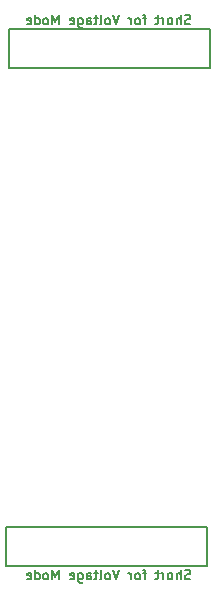
<source format=gbr>
G04 #@! TF.GenerationSoftware,KiCad,Pcbnew,5.0.1-33cea8e~68~ubuntu16.04.1*
G04 #@! TF.CreationDate,2018-10-28T17:52:41-07:00*
G04 #@! TF.ProjectId,wifistepper,77696669737465707065722E6B696361,rev?*
G04 #@! TF.SameCoordinates,Original*
G04 #@! TF.FileFunction,Legend,Bot*
G04 #@! TF.FilePolarity,Positive*
%FSLAX46Y46*%
G04 Gerber Fmt 4.6, Leading zero omitted, Abs format (unit mm)*
G04 Created by KiCad (PCBNEW 5.0.1-33cea8e~68~ubuntu16.04.1) date Sun 28 Oct 2018 05:52:41 PM PDT*
%MOMM*%
%LPD*%
G01*
G04 APERTURE LIST*
%ADD10C,0.200000*%
G04 APERTURE END LIST*
D10*
X70160285Y-113607809D02*
X70046000Y-113645904D01*
X69855523Y-113645904D01*
X69779333Y-113607809D01*
X69741238Y-113569714D01*
X69703142Y-113493523D01*
X69703142Y-113417333D01*
X69741238Y-113341142D01*
X69779333Y-113303047D01*
X69855523Y-113264952D01*
X70007904Y-113226857D01*
X70084095Y-113188761D01*
X70122190Y-113150666D01*
X70160285Y-113074476D01*
X70160285Y-112998285D01*
X70122190Y-112922095D01*
X70084095Y-112884000D01*
X70007904Y-112845904D01*
X69817428Y-112845904D01*
X69703142Y-112884000D01*
X69360285Y-113645904D02*
X69360285Y-112845904D01*
X69017428Y-113645904D02*
X69017428Y-113226857D01*
X69055523Y-113150666D01*
X69131714Y-113112571D01*
X69246000Y-113112571D01*
X69322190Y-113150666D01*
X69360285Y-113188761D01*
X68522190Y-113645904D02*
X68598380Y-113607809D01*
X68636476Y-113569714D01*
X68674571Y-113493523D01*
X68674571Y-113264952D01*
X68636476Y-113188761D01*
X68598380Y-113150666D01*
X68522190Y-113112571D01*
X68407904Y-113112571D01*
X68331714Y-113150666D01*
X68293619Y-113188761D01*
X68255523Y-113264952D01*
X68255523Y-113493523D01*
X68293619Y-113569714D01*
X68331714Y-113607809D01*
X68407904Y-113645904D01*
X68522190Y-113645904D01*
X67912666Y-113645904D02*
X67912666Y-113112571D01*
X67912666Y-113264952D02*
X67874571Y-113188761D01*
X67836476Y-113150666D01*
X67760285Y-113112571D01*
X67684095Y-113112571D01*
X67531714Y-113112571D02*
X67226952Y-113112571D01*
X67417428Y-112845904D02*
X67417428Y-113531619D01*
X67379333Y-113607809D01*
X67303142Y-113645904D01*
X67226952Y-113645904D01*
X66465047Y-113112571D02*
X66160285Y-113112571D01*
X66350761Y-113645904D02*
X66350761Y-112960190D01*
X66312666Y-112884000D01*
X66236476Y-112845904D01*
X66160285Y-112845904D01*
X65779333Y-113645904D02*
X65855523Y-113607809D01*
X65893619Y-113569714D01*
X65931714Y-113493523D01*
X65931714Y-113264952D01*
X65893619Y-113188761D01*
X65855523Y-113150666D01*
X65779333Y-113112571D01*
X65665047Y-113112571D01*
X65588857Y-113150666D01*
X65550761Y-113188761D01*
X65512666Y-113264952D01*
X65512666Y-113493523D01*
X65550761Y-113569714D01*
X65588857Y-113607809D01*
X65665047Y-113645904D01*
X65779333Y-113645904D01*
X65169809Y-113645904D02*
X65169809Y-113112571D01*
X65169809Y-113264952D02*
X65131714Y-113188761D01*
X65093619Y-113150666D01*
X65017428Y-113112571D01*
X64941238Y-113112571D01*
X64179333Y-112845904D02*
X63912666Y-113645904D01*
X63646000Y-112845904D01*
X63265047Y-113645904D02*
X63341238Y-113607809D01*
X63379333Y-113569714D01*
X63417428Y-113493523D01*
X63417428Y-113264952D01*
X63379333Y-113188761D01*
X63341238Y-113150666D01*
X63265047Y-113112571D01*
X63150761Y-113112571D01*
X63074571Y-113150666D01*
X63036476Y-113188761D01*
X62998380Y-113264952D01*
X62998380Y-113493523D01*
X63036476Y-113569714D01*
X63074571Y-113607809D01*
X63150761Y-113645904D01*
X63265047Y-113645904D01*
X62541238Y-113645904D02*
X62617428Y-113607809D01*
X62655523Y-113531619D01*
X62655523Y-112845904D01*
X62350761Y-113112571D02*
X62046000Y-113112571D01*
X62236476Y-112845904D02*
X62236476Y-113531619D01*
X62198380Y-113607809D01*
X62122190Y-113645904D01*
X62046000Y-113645904D01*
X61436476Y-113645904D02*
X61436476Y-113226857D01*
X61474571Y-113150666D01*
X61550761Y-113112571D01*
X61703142Y-113112571D01*
X61779333Y-113150666D01*
X61436476Y-113607809D02*
X61512666Y-113645904D01*
X61703142Y-113645904D01*
X61779333Y-113607809D01*
X61817428Y-113531619D01*
X61817428Y-113455428D01*
X61779333Y-113379238D01*
X61703142Y-113341142D01*
X61512666Y-113341142D01*
X61436476Y-113303047D01*
X60712666Y-113112571D02*
X60712666Y-113760190D01*
X60750761Y-113836380D01*
X60788857Y-113874476D01*
X60865047Y-113912571D01*
X60979333Y-113912571D01*
X61055523Y-113874476D01*
X60712666Y-113607809D02*
X60788857Y-113645904D01*
X60941238Y-113645904D01*
X61017428Y-113607809D01*
X61055523Y-113569714D01*
X61093619Y-113493523D01*
X61093619Y-113264952D01*
X61055523Y-113188761D01*
X61017428Y-113150666D01*
X60941238Y-113112571D01*
X60788857Y-113112571D01*
X60712666Y-113150666D01*
X60026952Y-113607809D02*
X60103142Y-113645904D01*
X60255523Y-113645904D01*
X60331714Y-113607809D01*
X60369809Y-113531619D01*
X60369809Y-113226857D01*
X60331714Y-113150666D01*
X60255523Y-113112571D01*
X60103142Y-113112571D01*
X60026952Y-113150666D01*
X59988857Y-113226857D01*
X59988857Y-113303047D01*
X60369809Y-113379238D01*
X59036476Y-113645904D02*
X59036476Y-112845904D01*
X58769809Y-113417333D01*
X58503142Y-112845904D01*
X58503142Y-113645904D01*
X58007904Y-113645904D02*
X58084095Y-113607809D01*
X58122190Y-113569714D01*
X58160285Y-113493523D01*
X58160285Y-113264952D01*
X58122190Y-113188761D01*
X58084095Y-113150666D01*
X58007904Y-113112571D01*
X57893619Y-113112571D01*
X57817428Y-113150666D01*
X57779333Y-113188761D01*
X57741238Y-113264952D01*
X57741238Y-113493523D01*
X57779333Y-113569714D01*
X57817428Y-113607809D01*
X57893619Y-113645904D01*
X58007904Y-113645904D01*
X57055523Y-113645904D02*
X57055523Y-112845904D01*
X57055523Y-113607809D02*
X57131714Y-113645904D01*
X57284095Y-113645904D01*
X57360285Y-113607809D01*
X57398380Y-113569714D01*
X57436476Y-113493523D01*
X57436476Y-113264952D01*
X57398380Y-113188761D01*
X57360285Y-113150666D01*
X57284095Y-113112571D01*
X57131714Y-113112571D01*
X57055523Y-113150666D01*
X56369809Y-113607809D02*
X56446000Y-113645904D01*
X56598380Y-113645904D01*
X56674571Y-113607809D01*
X56712666Y-113531619D01*
X56712666Y-113226857D01*
X56674571Y-113150666D01*
X56598380Y-113112571D01*
X56446000Y-113112571D01*
X56369809Y-113150666D01*
X56331714Y-113226857D01*
X56331714Y-113303047D01*
X56712666Y-113379238D01*
X70160285Y-66617809D02*
X70046000Y-66655904D01*
X69855523Y-66655904D01*
X69779333Y-66617809D01*
X69741238Y-66579714D01*
X69703142Y-66503523D01*
X69703142Y-66427333D01*
X69741238Y-66351142D01*
X69779333Y-66313047D01*
X69855523Y-66274952D01*
X70007904Y-66236857D01*
X70084095Y-66198761D01*
X70122190Y-66160666D01*
X70160285Y-66084476D01*
X70160285Y-66008285D01*
X70122190Y-65932095D01*
X70084095Y-65894000D01*
X70007904Y-65855904D01*
X69817428Y-65855904D01*
X69703142Y-65894000D01*
X69360285Y-66655904D02*
X69360285Y-65855904D01*
X69017428Y-66655904D02*
X69017428Y-66236857D01*
X69055523Y-66160666D01*
X69131714Y-66122571D01*
X69246000Y-66122571D01*
X69322190Y-66160666D01*
X69360285Y-66198761D01*
X68522190Y-66655904D02*
X68598380Y-66617809D01*
X68636476Y-66579714D01*
X68674571Y-66503523D01*
X68674571Y-66274952D01*
X68636476Y-66198761D01*
X68598380Y-66160666D01*
X68522190Y-66122571D01*
X68407904Y-66122571D01*
X68331714Y-66160666D01*
X68293619Y-66198761D01*
X68255523Y-66274952D01*
X68255523Y-66503523D01*
X68293619Y-66579714D01*
X68331714Y-66617809D01*
X68407904Y-66655904D01*
X68522190Y-66655904D01*
X67912666Y-66655904D02*
X67912666Y-66122571D01*
X67912666Y-66274952D02*
X67874571Y-66198761D01*
X67836476Y-66160666D01*
X67760285Y-66122571D01*
X67684095Y-66122571D01*
X67531714Y-66122571D02*
X67226952Y-66122571D01*
X67417428Y-65855904D02*
X67417428Y-66541619D01*
X67379333Y-66617809D01*
X67303142Y-66655904D01*
X67226952Y-66655904D01*
X66465047Y-66122571D02*
X66160285Y-66122571D01*
X66350761Y-66655904D02*
X66350761Y-65970190D01*
X66312666Y-65894000D01*
X66236476Y-65855904D01*
X66160285Y-65855904D01*
X65779333Y-66655904D02*
X65855523Y-66617809D01*
X65893619Y-66579714D01*
X65931714Y-66503523D01*
X65931714Y-66274952D01*
X65893619Y-66198761D01*
X65855523Y-66160666D01*
X65779333Y-66122571D01*
X65665047Y-66122571D01*
X65588857Y-66160666D01*
X65550761Y-66198761D01*
X65512666Y-66274952D01*
X65512666Y-66503523D01*
X65550761Y-66579714D01*
X65588857Y-66617809D01*
X65665047Y-66655904D01*
X65779333Y-66655904D01*
X65169809Y-66655904D02*
X65169809Y-66122571D01*
X65169809Y-66274952D02*
X65131714Y-66198761D01*
X65093619Y-66160666D01*
X65017428Y-66122571D01*
X64941238Y-66122571D01*
X64179333Y-65855904D02*
X63912666Y-66655904D01*
X63646000Y-65855904D01*
X63265047Y-66655904D02*
X63341238Y-66617809D01*
X63379333Y-66579714D01*
X63417428Y-66503523D01*
X63417428Y-66274952D01*
X63379333Y-66198761D01*
X63341238Y-66160666D01*
X63265047Y-66122571D01*
X63150761Y-66122571D01*
X63074571Y-66160666D01*
X63036476Y-66198761D01*
X62998380Y-66274952D01*
X62998380Y-66503523D01*
X63036476Y-66579714D01*
X63074571Y-66617809D01*
X63150761Y-66655904D01*
X63265047Y-66655904D01*
X62541238Y-66655904D02*
X62617428Y-66617809D01*
X62655523Y-66541619D01*
X62655523Y-65855904D01*
X62350761Y-66122571D02*
X62046000Y-66122571D01*
X62236476Y-65855904D02*
X62236476Y-66541619D01*
X62198380Y-66617809D01*
X62122190Y-66655904D01*
X62046000Y-66655904D01*
X61436476Y-66655904D02*
X61436476Y-66236857D01*
X61474571Y-66160666D01*
X61550761Y-66122571D01*
X61703142Y-66122571D01*
X61779333Y-66160666D01*
X61436476Y-66617809D02*
X61512666Y-66655904D01*
X61703142Y-66655904D01*
X61779333Y-66617809D01*
X61817428Y-66541619D01*
X61817428Y-66465428D01*
X61779333Y-66389238D01*
X61703142Y-66351142D01*
X61512666Y-66351142D01*
X61436476Y-66313047D01*
X60712666Y-66122571D02*
X60712666Y-66770190D01*
X60750761Y-66846380D01*
X60788857Y-66884476D01*
X60865047Y-66922571D01*
X60979333Y-66922571D01*
X61055523Y-66884476D01*
X60712666Y-66617809D02*
X60788857Y-66655904D01*
X60941238Y-66655904D01*
X61017428Y-66617809D01*
X61055523Y-66579714D01*
X61093619Y-66503523D01*
X61093619Y-66274952D01*
X61055523Y-66198761D01*
X61017428Y-66160666D01*
X60941238Y-66122571D01*
X60788857Y-66122571D01*
X60712666Y-66160666D01*
X60026952Y-66617809D02*
X60103142Y-66655904D01*
X60255523Y-66655904D01*
X60331714Y-66617809D01*
X60369809Y-66541619D01*
X60369809Y-66236857D01*
X60331714Y-66160666D01*
X60255523Y-66122571D01*
X60103142Y-66122571D01*
X60026952Y-66160666D01*
X59988857Y-66236857D01*
X59988857Y-66313047D01*
X60369809Y-66389238D01*
X59036476Y-66655904D02*
X59036476Y-65855904D01*
X58769809Y-66427333D01*
X58503142Y-65855904D01*
X58503142Y-66655904D01*
X58007904Y-66655904D02*
X58084095Y-66617809D01*
X58122190Y-66579714D01*
X58160285Y-66503523D01*
X58160285Y-66274952D01*
X58122190Y-66198761D01*
X58084095Y-66160666D01*
X58007904Y-66122571D01*
X57893619Y-66122571D01*
X57817428Y-66160666D01*
X57779333Y-66198761D01*
X57741238Y-66274952D01*
X57741238Y-66503523D01*
X57779333Y-66579714D01*
X57817428Y-66617809D01*
X57893619Y-66655904D01*
X58007904Y-66655904D01*
X57055523Y-66655904D02*
X57055523Y-65855904D01*
X57055523Y-66617809D02*
X57131714Y-66655904D01*
X57284095Y-66655904D01*
X57360285Y-66617809D01*
X57398380Y-66579714D01*
X57436476Y-66503523D01*
X57436476Y-66274952D01*
X57398380Y-66198761D01*
X57360285Y-66160666D01*
X57284095Y-66122571D01*
X57131714Y-66122571D01*
X57055523Y-66160666D01*
X56369809Y-66617809D02*
X56446000Y-66655904D01*
X56598380Y-66655904D01*
X56674571Y-66617809D01*
X56712666Y-66541619D01*
X56712666Y-66236857D01*
X56674571Y-66160666D01*
X56598380Y-66122571D01*
X56446000Y-66122571D01*
X56369809Y-66160666D01*
X56331714Y-66236857D01*
X56331714Y-66313047D01*
X56712666Y-66389238D01*
X71628000Y-112522000D02*
X54610000Y-112522000D01*
X54610000Y-109220000D02*
X71628000Y-109220000D01*
X71628000Y-109220000D02*
X71628000Y-112522000D01*
X54610000Y-112522000D02*
X54610000Y-109220000D01*
X54864000Y-70358000D02*
X54864000Y-67056000D01*
X71882000Y-70358000D02*
X54864000Y-70358000D01*
X71882000Y-67056000D02*
X71882000Y-70358000D01*
X54864000Y-67056000D02*
X71882000Y-67056000D01*
M02*

</source>
